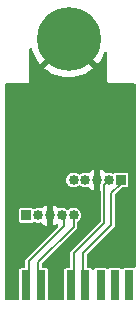
<source format=gbl>
%TF.GenerationSoftware,KiCad,Pcbnew,8.0.8*%
%TF.CreationDate,2025-02-24T22:20:16-07:00*%
%TF.ProjectId,ECE Capstone PCB Design,45434520-4361-4707-9374-6f6e65205043,rev?*%
%TF.SameCoordinates,Original*%
%TF.FileFunction,Copper,L2,Bot*%
%TF.FilePolarity,Positive*%
%FSLAX46Y46*%
G04 Gerber Fmt 4.6, Leading zero omitted, Abs format (unit mm)*
G04 Created by KiCad (PCBNEW 8.0.8) date 2025-02-24 22:20:16*
%MOMM*%
%LPD*%
G01*
G04 APERTURE LIST*
%TA.AperFunction,ComponentPad*%
%ADD10R,0.850000X0.850000*%
%TD*%
%TA.AperFunction,ComponentPad*%
%ADD11O,0.850000X0.850000*%
%TD*%
%TA.AperFunction,ComponentPad*%
%ADD12C,5.400000*%
%TD*%
%TA.AperFunction,SMDPad,CuDef*%
%ADD13R,0.750000X2.500000*%
%TD*%
%TA.AperFunction,ViaPad*%
%ADD14C,0.600000*%
%TD*%
%TA.AperFunction,Conductor*%
%ADD15C,0.200000*%
%TD*%
G04 APERTURE END LIST*
D10*
%TO.P,REF\u002A\u002A,1*%
%TO.N,TDMS2+*%
X149550000Y-141990000D03*
D11*
%TO.P,REF\u002A\u002A,2*%
%TO.N,TDMS2-*%
X150550000Y-141990000D03*
%TO.P,REF\u002A\u002A,3*%
%TO.N,DGND*%
X151550000Y-141990000D03*
%TO.P,REF\u002A\u002A,4*%
%TO.N,TDMS1+*%
X152550000Y-141990000D03*
%TO.P,REF\u002A\u002A,5*%
%TO.N,TDMS1-*%
X153550000Y-141990000D03*
%TD*%
D12*
%TO.P,,1*%
%TO.N,DGND*%
X153150000Y-127090000D03*
%TD*%
D13*
%TO.P,REF\u002A\u002A,2*%
%TO.N,DGND*%
X148330000Y-147880000D03*
%TO.P,REF\u002A\u002A,4*%
%TO.N,TDMS1+*%
X149530000Y-147880000D03*
%TO.P,REF\u002A\u002A,6*%
%TO.N,TDMS1-*%
X150830000Y-147880000D03*
%TO.P,REF\u002A\u002A,8*%
%TO.N,DGND*%
X152030000Y-147880000D03*
%TO.P,REF\u002A\u002A,10*%
%TO.N,TDMSCLK+*%
X153330000Y-147880000D03*
%TO.P,REF\u002A\u002A,12*%
%TO.N,TDMSCLK-*%
X154530000Y-147880000D03*
%TO.P,REF\u002A\u002A,14*%
%TO.N,N/C*%
X155830000Y-147880000D03*
%TO.P,REF\u002A\u002A,16*%
X157030000Y-147880000D03*
%TO.P,REF\u002A\u002A,18*%
%TO.N,D+5V*%
X158230000Y-147880000D03*
%TD*%
D10*
%TO.P,REF\u002A\u002A,1*%
%TO.N,TDMSCLK-*%
X157550000Y-138990000D03*
D11*
%TO.P,REF\u002A\u002A,2*%
%TO.N,TDMSCLK+*%
X156550000Y-138990000D03*
%TO.P,REF\u002A\u002A,3*%
%TO.N,DGND*%
X155550000Y-138990000D03*
%TO.P,REF\u002A\u002A,4*%
%TO.N,TDMS0-*%
X154550000Y-138990000D03*
%TO.P,REF\u002A\u002A,5*%
%TO.N,TDMS0+*%
X153550000Y-138990000D03*
%TD*%
D14*
%TO.N,DGND*%
X149000000Y-140050000D03*
X158000000Y-141050000D03*
X151000000Y-140050000D03*
X153000000Y-136050000D03*
X155000000Y-136050000D03*
X157000000Y-136050000D03*
X148250000Y-142050000D03*
X151000000Y-136050000D03*
X158000000Y-145050000D03*
X149000000Y-144050000D03*
X157000000Y-137550000D03*
X153000000Y-137550000D03*
X152750000Y-140050000D03*
X155000000Y-137550000D03*
X158000000Y-143050000D03*
X151000000Y-138050000D03*
X156000000Y-145050000D03*
X149000000Y-136050000D03*
X148250000Y-145300000D03*
X149000000Y-138050000D03*
%TD*%
D15*
%TO.N,TDMSCLK-*%
X157550000Y-139300000D02*
X157550000Y-138990000D01*
%TO.N,TDMS1+*%
X152725000Y-142875000D02*
X152725000Y-142165000D01*
%TO.N,TDMSCLK+*%
X153550000Y-147660000D02*
X153550000Y-145200000D01*
%TO.N,TDMSCLK-*%
X156750000Y-142800000D02*
X156750000Y-140100000D01*
X156750000Y-140100000D02*
X157550000Y-139300000D01*
%TO.N,TDMS1-*%
X150830000Y-147880000D02*
X150550000Y-147600000D01*
%TO.N,TDMSCLK+*%
X156150000Y-139390000D02*
X156550000Y-138990000D01*
X153330000Y-147880000D02*
X153400000Y-147810000D01*
X156150000Y-142600000D02*
X156150000Y-139390000D01*
X153330000Y-147880000D02*
X153550000Y-147660000D01*
%TO.N,TDMSCLK-*%
X154350000Y-145200000D02*
X156750000Y-142800000D01*
X154350000Y-147700000D02*
X154350000Y-145200000D01*
X154530000Y-147880000D02*
X154350000Y-147700000D01*
%TO.N,TDMS1+*%
X149530000Y-147880000D02*
X149750000Y-147660000D01*
X149750000Y-145850000D02*
X152725000Y-142875000D01*
X149750000Y-147660000D02*
X149750000Y-145850000D01*
%TO.N,TDMSCLK+*%
X153550000Y-145200000D02*
X156150000Y-142600000D01*
%TO.N,TDMS1-*%
X153550000Y-142950000D02*
X153550000Y-141990000D01*
X150550000Y-145950000D02*
X153550000Y-142950000D01*
X150550000Y-147600000D02*
X150550000Y-145950000D01*
%TO.N,TDMS1+*%
X152725000Y-142165000D02*
X152550000Y-141990000D01*
%TD*%
%TA.AperFunction,Conductor*%
%TO.N,DGND*%
G36*
X150005703Y-127807459D02*
G01*
X150043477Y-127866237D01*
X150043654Y-127866845D01*
X150124812Y-128148552D01*
X150262353Y-128480609D01*
X150262355Y-128480613D01*
X150436215Y-128795189D01*
X150436218Y-128795194D01*
X150644193Y-129088306D01*
X150716843Y-129169601D01*
X152034727Y-127851716D01*
X152120278Y-127969466D01*
X152270534Y-128119722D01*
X152388281Y-128205270D01*
X151070397Y-129523155D01*
X151151693Y-129595806D01*
X151444805Y-129803781D01*
X151444810Y-129803784D01*
X151759386Y-129977644D01*
X151759390Y-129977646D01*
X152091447Y-130115187D01*
X152436805Y-130214683D01*
X152436814Y-130214685D01*
X152791141Y-130274887D01*
X152791153Y-130274889D01*
X153150000Y-130295041D01*
X153508846Y-130274889D01*
X153508858Y-130274887D01*
X153863185Y-130214685D01*
X153863194Y-130214683D01*
X154208552Y-130115187D01*
X154540609Y-129977646D01*
X154540613Y-129977644D01*
X154855189Y-129803784D01*
X154855194Y-129803781D01*
X155148306Y-129595806D01*
X155229601Y-129523155D01*
X153911717Y-128205270D01*
X154029466Y-128119722D01*
X154179722Y-127969466D01*
X154265271Y-127851717D01*
X155583155Y-129169601D01*
X155655806Y-129088306D01*
X155863781Y-128795194D01*
X155863784Y-128795189D01*
X156037644Y-128480613D01*
X156037646Y-128480609D01*
X156160939Y-128182952D01*
X156204780Y-128128548D01*
X156271074Y-128106483D01*
X156338773Y-128123762D01*
X156386384Y-128174899D01*
X156399500Y-128230404D01*
X156399500Y-130570118D01*
X156399500Y-130649882D01*
X156430024Y-130723574D01*
X156486426Y-130779976D01*
X156560118Y-130810500D01*
X158685327Y-130810500D01*
X158752366Y-130830185D01*
X158798121Y-130882989D01*
X158809327Y-130934566D01*
X158801137Y-146313557D01*
X158781417Y-146380586D01*
X158728588Y-146426313D01*
X158659425Y-146436219D01*
X158652947Y-146435109D01*
X158624748Y-146429500D01*
X157835252Y-146429500D01*
X157835247Y-146429500D01*
X157776770Y-146441131D01*
X157776769Y-146441132D01*
X157700293Y-146492233D01*
X157698078Y-146488918D01*
X157656358Y-146511699D01*
X157586666Y-146506715D01*
X157561036Y-146490243D01*
X157559707Y-146492233D01*
X157483230Y-146441132D01*
X157483229Y-146441131D01*
X157424752Y-146429500D01*
X157424748Y-146429500D01*
X156635252Y-146429500D01*
X156635247Y-146429500D01*
X156576770Y-146441131D01*
X156576769Y-146441132D01*
X156500293Y-146492233D01*
X156498078Y-146488918D01*
X156456358Y-146511699D01*
X156386666Y-146506715D01*
X156361036Y-146490243D01*
X156359707Y-146492233D01*
X156283230Y-146441132D01*
X156283229Y-146441131D01*
X156224752Y-146429500D01*
X156224748Y-146429500D01*
X155435252Y-146429500D01*
X155435247Y-146429500D01*
X155376770Y-146441131D01*
X155376769Y-146441132D01*
X155310447Y-146485447D01*
X155283102Y-146526373D01*
X155229489Y-146571178D01*
X155160164Y-146579885D01*
X155097137Y-146549730D01*
X155076898Y-146526373D01*
X155049552Y-146485447D01*
X154983230Y-146441132D01*
X154983229Y-146441131D01*
X154924752Y-146429500D01*
X154924748Y-146429500D01*
X154774500Y-146429500D01*
X154707461Y-146409815D01*
X154661706Y-146357011D01*
X154650500Y-146305500D01*
X154650500Y-145375833D01*
X154670185Y-145308794D01*
X154686819Y-145288152D01*
X155015431Y-144959540D01*
X156990460Y-142984511D01*
X157030022Y-142915988D01*
X157050500Y-142839562D01*
X157050500Y-142760438D01*
X157050500Y-140275833D01*
X157070185Y-140208794D01*
X157086819Y-140188152D01*
X157623152Y-139651819D01*
X157684475Y-139618334D01*
X157710833Y-139615500D01*
X157994750Y-139615500D01*
X157994751Y-139615499D01*
X158009568Y-139612552D01*
X158053229Y-139603868D01*
X158053229Y-139603867D01*
X158053231Y-139603867D01*
X158119552Y-139559552D01*
X158163867Y-139493231D01*
X158163867Y-139493229D01*
X158163868Y-139493229D01*
X158175499Y-139434752D01*
X158175500Y-139434750D01*
X158175500Y-138545249D01*
X158175499Y-138545247D01*
X158163868Y-138486770D01*
X158163867Y-138486769D01*
X158119552Y-138420447D01*
X158053230Y-138376132D01*
X158053229Y-138376131D01*
X157994752Y-138364500D01*
X157994748Y-138364500D01*
X157105252Y-138364500D01*
X157105247Y-138364500D01*
X157046770Y-138376131D01*
X157046769Y-138376132D01*
X156970293Y-138427233D01*
X156968328Y-138424292D01*
X156925215Y-138447822D01*
X156855524Y-138442824D01*
X156841259Y-138436449D01*
X156773434Y-138400852D01*
X156773431Y-138400851D01*
X156625950Y-138364500D01*
X156625949Y-138364500D01*
X156474051Y-138364500D01*
X156474050Y-138364500D01*
X156347679Y-138395647D01*
X156277876Y-138392578D01*
X156225854Y-138358222D01*
X156172356Y-138298806D01*
X156015051Y-138184516D01*
X155837412Y-138105426D01*
X155800000Y-138097473D01*
X155800000Y-138940272D01*
X155761940Y-138848386D01*
X155691614Y-138778060D01*
X155599728Y-138740000D01*
X155500272Y-138740000D01*
X155408386Y-138778060D01*
X155338060Y-138848386D01*
X155300000Y-138940272D01*
X155300000Y-138097473D01*
X155262585Y-138105426D01*
X155262580Y-138105428D01*
X155084953Y-138184513D01*
X154927645Y-138298805D01*
X154874143Y-138358224D01*
X154814656Y-138394871D01*
X154752319Y-138395647D01*
X154625950Y-138364500D01*
X154625949Y-138364500D01*
X154474051Y-138364500D01*
X154474050Y-138364500D01*
X154326567Y-138400851D01*
X154192064Y-138471443D01*
X154132226Y-138524455D01*
X154068993Y-138554176D01*
X153999729Y-138544992D01*
X153967774Y-138524455D01*
X153907935Y-138471443D01*
X153773432Y-138400851D01*
X153625950Y-138364500D01*
X153625949Y-138364500D01*
X153474051Y-138364500D01*
X153474050Y-138364500D01*
X153326567Y-138400851D01*
X153192067Y-138471442D01*
X153078367Y-138572171D01*
X152992080Y-138697179D01*
X152992079Y-138697180D01*
X152961406Y-138778060D01*
X152938215Y-138839209D01*
X152919906Y-138990000D01*
X152938215Y-139140791D01*
X152992079Y-139282819D01*
X153078368Y-139407830D01*
X153192066Y-139508557D01*
X153326566Y-139579148D01*
X153360131Y-139587421D01*
X153474050Y-139615500D01*
X153474051Y-139615500D01*
X153625950Y-139615500D01*
X153675110Y-139603382D01*
X153773434Y-139579148D01*
X153907934Y-139508557D01*
X153967774Y-139455543D01*
X154031006Y-139425823D01*
X154100270Y-139435007D01*
X154132224Y-139455542D01*
X154192066Y-139508557D01*
X154326566Y-139579148D01*
X154360131Y-139587421D01*
X154474050Y-139615500D01*
X154474051Y-139615500D01*
X154625948Y-139615500D01*
X154625949Y-139615500D01*
X154752320Y-139584352D01*
X154822122Y-139587421D01*
X154874145Y-139621777D01*
X154927643Y-139681193D01*
X155084950Y-139795484D01*
X155262587Y-139874573D01*
X155299999Y-139882524D01*
X155300000Y-139882524D01*
X155300000Y-139039728D01*
X155338060Y-139131614D01*
X155408386Y-139201940D01*
X155500272Y-139240000D01*
X155599728Y-139240000D01*
X155691614Y-139201940D01*
X155761940Y-139131614D01*
X155800000Y-139039728D01*
X155800000Y-139882524D01*
X155803535Y-139885387D01*
X155843247Y-139942874D01*
X155849500Y-139981753D01*
X155849500Y-142424167D01*
X155829815Y-142491206D01*
X155813181Y-142511848D01*
X153309541Y-145015487D01*
X153309535Y-145015495D01*
X153269982Y-145084004D01*
X153269979Y-145084009D01*
X153249500Y-145160439D01*
X153249500Y-146305500D01*
X153229815Y-146372539D01*
X153177011Y-146418294D01*
X153125500Y-146429500D01*
X152935247Y-146429500D01*
X152876770Y-146441131D01*
X152876769Y-146441132D01*
X152810447Y-146485447D01*
X152766132Y-146551769D01*
X152766131Y-146551770D01*
X152754500Y-146610247D01*
X152754500Y-149065500D01*
X152734815Y-149132539D01*
X152682011Y-149178294D01*
X152630500Y-149189500D01*
X151529500Y-149189500D01*
X151462461Y-149169815D01*
X151416706Y-149117011D01*
X151405500Y-149065500D01*
X151405500Y-146610249D01*
X151405499Y-146610247D01*
X151393868Y-146551770D01*
X151393867Y-146551769D01*
X151349552Y-146485447D01*
X151283230Y-146441132D01*
X151283229Y-146441131D01*
X151224752Y-146429500D01*
X151224748Y-146429500D01*
X150974500Y-146429500D01*
X150907461Y-146409815D01*
X150861706Y-146357011D01*
X150850500Y-146305500D01*
X150850500Y-146125833D01*
X150870185Y-146058794D01*
X150886819Y-146038152D01*
X151965431Y-144959540D01*
X153790460Y-143134511D01*
X153830022Y-143065988D01*
X153850500Y-142989562D01*
X153850500Y-142910438D01*
X153850500Y-142613280D01*
X153870185Y-142546241D01*
X153904069Y-142511224D01*
X153907923Y-142508562D01*
X153907934Y-142508557D01*
X154021632Y-142407830D01*
X154107921Y-142282819D01*
X154161785Y-142140791D01*
X154180094Y-141990000D01*
X154161785Y-141839209D01*
X154107921Y-141697181D01*
X154021632Y-141572170D01*
X153907934Y-141471443D01*
X153773434Y-141400852D01*
X153773433Y-141400851D01*
X153773432Y-141400851D01*
X153625950Y-141364500D01*
X153625949Y-141364500D01*
X153474051Y-141364500D01*
X153474050Y-141364500D01*
X153326567Y-141400851D01*
X153192064Y-141471443D01*
X153132226Y-141524455D01*
X153068993Y-141554176D01*
X152999729Y-141544992D01*
X152967774Y-141524455D01*
X152907935Y-141471443D01*
X152773432Y-141400851D01*
X152625950Y-141364500D01*
X152625949Y-141364500D01*
X152474051Y-141364500D01*
X152474050Y-141364500D01*
X152347679Y-141395647D01*
X152277876Y-141392578D01*
X152225854Y-141358222D01*
X152172356Y-141298806D01*
X152015051Y-141184516D01*
X151837412Y-141105426D01*
X151800000Y-141097473D01*
X151800000Y-141940272D01*
X151761940Y-141848386D01*
X151691614Y-141778060D01*
X151599728Y-141740000D01*
X151500272Y-141740000D01*
X151408386Y-141778060D01*
X151338060Y-141848386D01*
X151300000Y-141940272D01*
X151300000Y-141097473D01*
X151262585Y-141105426D01*
X151262580Y-141105428D01*
X151084953Y-141184513D01*
X150927645Y-141298805D01*
X150874143Y-141358224D01*
X150814656Y-141394871D01*
X150752319Y-141395647D01*
X150625950Y-141364500D01*
X150625949Y-141364500D01*
X150474051Y-141364500D01*
X150474050Y-141364500D01*
X150326567Y-141400851D01*
X150258743Y-141436448D01*
X150190234Y-141450172D01*
X150130119Y-141426615D01*
X150129707Y-141427233D01*
X150126886Y-141425348D01*
X150125181Y-141424680D01*
X150122968Y-141422730D01*
X150053230Y-141376132D01*
X150053229Y-141376131D01*
X149994752Y-141364500D01*
X149994748Y-141364500D01*
X149105252Y-141364500D01*
X149105247Y-141364500D01*
X149046770Y-141376131D01*
X149046769Y-141376132D01*
X148980447Y-141420447D01*
X148936132Y-141486769D01*
X148936131Y-141486770D01*
X148924500Y-141545247D01*
X148924500Y-142434752D01*
X148936131Y-142493229D01*
X148936132Y-142493230D01*
X148980447Y-142559552D01*
X149046769Y-142603867D01*
X149046770Y-142603868D01*
X149105247Y-142615499D01*
X149105250Y-142615500D01*
X149105252Y-142615500D01*
X149994750Y-142615500D01*
X149994751Y-142615499D01*
X150009568Y-142612552D01*
X150053229Y-142603868D01*
X150053229Y-142603867D01*
X150053231Y-142603867D01*
X150119552Y-142559552D01*
X150119551Y-142559552D01*
X150129707Y-142552767D01*
X150131674Y-142555711D01*
X150174736Y-142532187D01*
X150244429Y-142537158D01*
X150258740Y-142543550D01*
X150289229Y-142559552D01*
X150326566Y-142579148D01*
X150474050Y-142615500D01*
X150474051Y-142615500D01*
X150625948Y-142615500D01*
X150625949Y-142615500D01*
X150752320Y-142584352D01*
X150822122Y-142587421D01*
X150874145Y-142621777D01*
X150927643Y-142681193D01*
X151084950Y-142795484D01*
X151262587Y-142874573D01*
X151299999Y-142882524D01*
X151300000Y-142882524D01*
X151300000Y-142039728D01*
X151338060Y-142131614D01*
X151408386Y-142201940D01*
X151500272Y-142240000D01*
X151599728Y-142240000D01*
X151691614Y-142201940D01*
X151761940Y-142131614D01*
X151800000Y-142039728D01*
X151800000Y-142882524D01*
X151837412Y-142874573D01*
X152015050Y-142795484D01*
X152073299Y-142753163D01*
X152139105Y-142729682D01*
X152207159Y-142745507D01*
X152255855Y-142795612D01*
X152269731Y-142864090D01*
X152244383Y-142929199D01*
X152233867Y-142941161D01*
X149565489Y-145609540D01*
X149509541Y-145665487D01*
X149509535Y-145665495D01*
X149469982Y-145734004D01*
X149469979Y-145734009D01*
X149449500Y-145810439D01*
X149449500Y-146305500D01*
X149429815Y-146372539D01*
X149377011Y-146418294D01*
X149325500Y-146429500D01*
X149135247Y-146429500D01*
X149076770Y-146441131D01*
X149076769Y-146441132D01*
X149010447Y-146485447D01*
X148966132Y-146551769D01*
X148966131Y-146551770D01*
X148954500Y-146610247D01*
X148954500Y-149065500D01*
X148934815Y-149132539D01*
X148882011Y-149178294D01*
X148830500Y-149189500D01*
X147824673Y-149189500D01*
X147757634Y-149169815D01*
X147711879Y-149117011D01*
X147700673Y-149065434D01*
X147701997Y-146579885D01*
X147710327Y-130934433D01*
X147730047Y-130867405D01*
X147782876Y-130821678D01*
X147834327Y-130810500D01*
X149639880Y-130810500D01*
X149639882Y-130810500D01*
X149713574Y-130779976D01*
X149769976Y-130723574D01*
X149800500Y-130649882D01*
X149800500Y-127901172D01*
X149820185Y-127834133D01*
X149872989Y-127788378D01*
X149942147Y-127778434D01*
X150005703Y-127807459D01*
G37*
%TD.AperFunction*%
%TD*%
M02*

</source>
